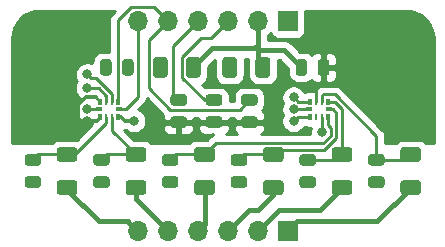
<source format=gbr>
%TF.GenerationSoftware,KiCad,Pcbnew,5.1.6*%
%TF.CreationDate,2020-07-11T18:48:30-07:00*%
%TF.ProjectId,proto_boards,70726f74-6f5f-4626-9f61-7264732e6b69,rev?*%
%TF.SameCoordinates,Original*%
%TF.FileFunction,Copper,L1,Top*%
%TF.FilePolarity,Positive*%
%FSLAX46Y46*%
G04 Gerber Fmt 4.6, Leading zero omitted, Abs format (unit mm)*
G04 Created by KiCad (PCBNEW 5.1.6) date 2020-07-11 18:48:30*
%MOMM*%
%LPD*%
G01*
G04 APERTURE LIST*
%TA.AperFunction,ComponentPad*%
%ADD10O,1.700000X1.700000*%
%TD*%
%TA.AperFunction,ComponentPad*%
%ADD11R,1.700000X1.700000*%
%TD*%
%TA.AperFunction,SMDPad,CuDef*%
%ADD12R,0.630000X0.350000*%
%TD*%
%TA.AperFunction,SMDPad,CuDef*%
%ADD13R,0.300000X0.580000*%
%TD*%
%TA.AperFunction,SMDPad,CuDef*%
%ADD14R,0.250000X0.580000*%
%TD*%
%TA.AperFunction,ViaPad*%
%ADD15C,0.800000*%
%TD*%
%TA.AperFunction,Conductor*%
%ADD16C,0.460000*%
%TD*%
%TA.AperFunction,Conductor*%
%ADD17C,0.240000*%
%TD*%
%TA.AperFunction,Conductor*%
%ADD18C,0.160000*%
%TD*%
%TA.AperFunction,Conductor*%
%ADD19C,0.320000*%
%TD*%
%TA.AperFunction,Conductor*%
%ADD20C,0.254000*%
%TD*%
G04 APERTURE END LIST*
%TO.P,R9,2*%
%TO.N,Net-(J2-Pad4)*%
%TA.AperFunction,SMDPad,CuDef*%
G36*
G01*
X164920450Y-82050000D02*
X166170450Y-82050000D01*
G75*
G02*
X166420450Y-82300000I0J-250000D01*
G01*
X166420450Y-83050000D01*
G75*
G02*
X166170450Y-83300000I-250000J0D01*
G01*
X164920450Y-83300000D01*
G75*
G02*
X164670450Y-83050000I0J250000D01*
G01*
X164670450Y-82300000D01*
G75*
G02*
X164920450Y-82050000I250000J0D01*
G01*
G37*
%TD.AperFunction*%
%TO.P,R9,1*%
%TO.N,Net-(C7-Pad2)*%
%TA.AperFunction,SMDPad,CuDef*%
G36*
G01*
X164920450Y-79250000D02*
X166170450Y-79250000D01*
G75*
G02*
X166420450Y-79500000I0J-250000D01*
G01*
X166420450Y-80250000D01*
G75*
G02*
X166170450Y-80500000I-250000J0D01*
G01*
X164920450Y-80500000D01*
G75*
G02*
X164670450Y-80250000I0J250000D01*
G01*
X164670450Y-79500000D01*
G75*
G02*
X164920450Y-79250000I250000J0D01*
G01*
G37*
%TD.AperFunction*%
%TD*%
%TO.P,R8,2*%
%TO.N,Net-(J2-Pad3)*%
%TA.AperFunction,SMDPad,CuDef*%
G36*
G01*
X170738630Y-82050000D02*
X171988630Y-82050000D01*
G75*
G02*
X172238630Y-82300000I0J-250000D01*
G01*
X172238630Y-83050000D01*
G75*
G02*
X171988630Y-83300000I-250000J0D01*
G01*
X170738630Y-83300000D01*
G75*
G02*
X170488630Y-83050000I0J250000D01*
G01*
X170488630Y-82300000D01*
G75*
G02*
X170738630Y-82050000I250000J0D01*
G01*
G37*
%TD.AperFunction*%
%TO.P,R8,1*%
%TO.N,Net-(C6-Pad2)*%
%TA.AperFunction,SMDPad,CuDef*%
G36*
G01*
X170738630Y-79250000D02*
X171988630Y-79250000D01*
G75*
G02*
X172238630Y-79500000I0J-250000D01*
G01*
X172238630Y-80250000D01*
G75*
G02*
X171988630Y-80500000I-250000J0D01*
G01*
X170738630Y-80500000D01*
G75*
G02*
X170488630Y-80250000I0J250000D01*
G01*
X170488630Y-79500000D01*
G75*
G02*
X170738630Y-79250000I250000J0D01*
G01*
G37*
%TD.AperFunction*%
%TD*%
%TO.P,R7,2*%
%TO.N,Net-(J2-Pad2)*%
%TA.AperFunction,SMDPad,CuDef*%
G36*
G01*
X176556810Y-82050000D02*
X177806810Y-82050000D01*
G75*
G02*
X178056810Y-82300000I0J-250000D01*
G01*
X178056810Y-83050000D01*
G75*
G02*
X177806810Y-83300000I-250000J0D01*
G01*
X176556810Y-83300000D01*
G75*
G02*
X176306810Y-83050000I0J250000D01*
G01*
X176306810Y-82300000D01*
G75*
G02*
X176556810Y-82050000I250000J0D01*
G01*
G37*
%TD.AperFunction*%
%TO.P,R7,1*%
%TO.N,Net-(C5-Pad2)*%
%TA.AperFunction,SMDPad,CuDef*%
G36*
G01*
X176556810Y-79250000D02*
X177806810Y-79250000D01*
G75*
G02*
X178056810Y-79500000I0J-250000D01*
G01*
X178056810Y-80250000D01*
G75*
G02*
X177806810Y-80500000I-250000J0D01*
G01*
X176556810Y-80500000D01*
G75*
G02*
X176306810Y-80250000I0J250000D01*
G01*
X176306810Y-79500000D01*
G75*
G02*
X176556810Y-79250000I250000J0D01*
G01*
G37*
%TD.AperFunction*%
%TD*%
%TO.P,R6,2*%
%TO.N,Net-(J2-Pad1)*%
%TA.AperFunction,SMDPad,CuDef*%
G36*
G01*
X182375000Y-82050000D02*
X183625000Y-82050000D01*
G75*
G02*
X183875000Y-82300000I0J-250000D01*
G01*
X183875000Y-83050000D01*
G75*
G02*
X183625000Y-83300000I-250000J0D01*
G01*
X182375000Y-83300000D01*
G75*
G02*
X182125000Y-83050000I0J250000D01*
G01*
X182125000Y-82300000D01*
G75*
G02*
X182375000Y-82050000I250000J0D01*
G01*
G37*
%TD.AperFunction*%
%TO.P,R6,1*%
%TO.N,Net-(C4-Pad2)*%
%TA.AperFunction,SMDPad,CuDef*%
G36*
G01*
X182375000Y-79250000D02*
X183625000Y-79250000D01*
G75*
G02*
X183875000Y-79500000I0J-250000D01*
G01*
X183875000Y-80250000D01*
G75*
G02*
X183625000Y-80500000I-250000J0D01*
G01*
X182375000Y-80500000D01*
G75*
G02*
X182125000Y-80250000I0J250000D01*
G01*
X182125000Y-79500000D01*
G75*
G02*
X182375000Y-79250000I250000J0D01*
G01*
G37*
%TD.AperFunction*%
%TD*%
%TO.P,R5,2*%
%TO.N,Net-(IC1-Pad6)*%
%TA.AperFunction,SMDPad,CuDef*%
G36*
G01*
X169801250Y-75750000D02*
X168888750Y-75750000D01*
G75*
G02*
X168645000Y-75506250I0J243750D01*
G01*
X168645000Y-75018750D01*
G75*
G02*
X168888750Y-74775000I243750J0D01*
G01*
X169801250Y-74775000D01*
G75*
G02*
X170045000Y-75018750I0J-243750D01*
G01*
X170045000Y-75506250D01*
G75*
G02*
X169801250Y-75750000I-243750J0D01*
G01*
G37*
%TD.AperFunction*%
%TO.P,R5,1*%
%TO.N,VDD*%
%TA.AperFunction,SMDPad,CuDef*%
G36*
G01*
X169801250Y-77625000D02*
X168888750Y-77625000D01*
G75*
G02*
X168645000Y-77381250I0J243750D01*
G01*
X168645000Y-76893750D01*
G75*
G02*
X168888750Y-76650000I243750J0D01*
G01*
X169801250Y-76650000D01*
G75*
G02*
X170045000Y-76893750I0J-243750D01*
G01*
X170045000Y-77381250D01*
G75*
G02*
X169801250Y-77625000I-243750J0D01*
G01*
G37*
%TD.AperFunction*%
%TD*%
%TO.P,R4,2*%
%TO.N,/SDA*%
%TA.AperFunction,SMDPad,CuDef*%
G36*
G01*
X163801250Y-75750000D02*
X162888750Y-75750000D01*
G75*
G02*
X162645000Y-75506250I0J243750D01*
G01*
X162645000Y-75018750D01*
G75*
G02*
X162888750Y-74775000I243750J0D01*
G01*
X163801250Y-74775000D01*
G75*
G02*
X164045000Y-75018750I0J-243750D01*
G01*
X164045000Y-75506250D01*
G75*
G02*
X163801250Y-75750000I-243750J0D01*
G01*
G37*
%TD.AperFunction*%
%TO.P,R4,1*%
%TO.N,VDD*%
%TA.AperFunction,SMDPad,CuDef*%
G36*
G01*
X163801250Y-77625000D02*
X162888750Y-77625000D01*
G75*
G02*
X162645000Y-77381250I0J243750D01*
G01*
X162645000Y-76893750D01*
G75*
G02*
X162888750Y-76650000I243750J0D01*
G01*
X163801250Y-76650000D01*
G75*
G02*
X164045000Y-76893750I0J-243750D01*
G01*
X164045000Y-77381250D01*
G75*
G02*
X163801250Y-77625000I-243750J0D01*
G01*
G37*
%TD.AperFunction*%
%TD*%
%TO.P,R3,2*%
%TO.N,/SCL*%
%TA.AperFunction,SMDPad,CuDef*%
G36*
G01*
X166801250Y-75750000D02*
X165888750Y-75750000D01*
G75*
G02*
X165645000Y-75506250I0J243750D01*
G01*
X165645000Y-75018750D01*
G75*
G02*
X165888750Y-74775000I243750J0D01*
G01*
X166801250Y-74775000D01*
G75*
G02*
X167045000Y-75018750I0J-243750D01*
G01*
X167045000Y-75506250D01*
G75*
G02*
X166801250Y-75750000I-243750J0D01*
G01*
G37*
%TD.AperFunction*%
%TO.P,R3,1*%
%TO.N,VDD*%
%TA.AperFunction,SMDPad,CuDef*%
G36*
G01*
X166801250Y-77625000D02*
X165888750Y-77625000D01*
G75*
G02*
X165645000Y-77381250I0J243750D01*
G01*
X165645000Y-76893750D01*
G75*
G02*
X165888750Y-76650000I243750J0D01*
G01*
X166801250Y-76650000D01*
G75*
G02*
X167045000Y-76893750I0J-243750D01*
G01*
X167045000Y-77381250D01*
G75*
G02*
X166801250Y-77625000I-243750J0D01*
G01*
G37*
%TD.AperFunction*%
%TD*%
%TO.P,R2,2*%
%TO.N,Net-(J2-Pad5)*%
%TA.AperFunction,SMDPad,CuDef*%
G36*
G01*
X159102270Y-82050000D02*
X160352270Y-82050000D01*
G75*
G02*
X160602270Y-82300000I0J-250000D01*
G01*
X160602270Y-83050000D01*
G75*
G02*
X160352270Y-83300000I-250000J0D01*
G01*
X159102270Y-83300000D01*
G75*
G02*
X158852270Y-83050000I0J250000D01*
G01*
X158852270Y-82300000D01*
G75*
G02*
X159102270Y-82050000I250000J0D01*
G01*
G37*
%TD.AperFunction*%
%TO.P,R2,1*%
%TO.N,Net-(C3-Pad2)*%
%TA.AperFunction,SMDPad,CuDef*%
G36*
G01*
X159102270Y-79250000D02*
X160352270Y-79250000D01*
G75*
G02*
X160602270Y-79500000I0J-250000D01*
G01*
X160602270Y-80250000D01*
G75*
G02*
X160352270Y-80500000I-250000J0D01*
G01*
X159102270Y-80500000D01*
G75*
G02*
X158852270Y-80250000I0J250000D01*
G01*
X158852270Y-79500000D01*
G75*
G02*
X159102270Y-79250000I250000J0D01*
G01*
G37*
%TD.AperFunction*%
%TD*%
%TO.P,R1,2*%
%TO.N,Net-(J2-Pad6)*%
%TA.AperFunction,SMDPad,CuDef*%
G36*
G01*
X153284090Y-82050000D02*
X154534090Y-82050000D01*
G75*
G02*
X154784090Y-82300000I0J-250000D01*
G01*
X154784090Y-83050000D01*
G75*
G02*
X154534090Y-83300000I-250000J0D01*
G01*
X153284090Y-83300000D01*
G75*
G02*
X153034090Y-83050000I0J250000D01*
G01*
X153034090Y-82300000D01*
G75*
G02*
X153284090Y-82050000I250000J0D01*
G01*
G37*
%TD.AperFunction*%
%TO.P,R1,1*%
%TO.N,Net-(C2-Pad2)*%
%TA.AperFunction,SMDPad,CuDef*%
G36*
G01*
X153284090Y-79250000D02*
X154534090Y-79250000D01*
G75*
G02*
X154784090Y-79500000I0J-250000D01*
G01*
X154784090Y-80250000D01*
G75*
G02*
X154534090Y-80500000I-250000J0D01*
G01*
X153284090Y-80500000D01*
G75*
G02*
X153034090Y-80250000I0J250000D01*
G01*
X153034090Y-79500000D01*
G75*
G02*
X153284090Y-79250000I250000J0D01*
G01*
G37*
%TD.AperFunction*%
%TD*%
D10*
%TO.P,J2,6*%
%TO.N,Net-(J2-Pad6)*%
X159890000Y-86360000D03*
%TO.P,J2,5*%
%TO.N,Net-(J2-Pad5)*%
X162430000Y-86360000D03*
%TO.P,J2,4*%
%TO.N,Net-(J2-Pad4)*%
X164970000Y-86360000D03*
%TO.P,J2,3*%
%TO.N,Net-(J2-Pad3)*%
X167510000Y-86360000D03*
%TO.P,J2,2*%
%TO.N,Net-(J2-Pad2)*%
X170050000Y-86360000D03*
D11*
%TO.P,J2,1*%
%TO.N,Net-(J2-Pad1)*%
X172590000Y-86360000D03*
%TD*%
D10*
%TO.P,J1,6*%
%TO.N,Net-(IC1-Pad5)*%
X159890000Y-68580000D03*
%TO.P,J1,5*%
%TO.N,Net-(IC1-Pad6)*%
X162430000Y-68580000D03*
%TO.P,J1,4*%
%TO.N,/SDA*%
X164970000Y-68580000D03*
%TO.P,J1,3*%
%TO.N,/SCL*%
X167510000Y-68580000D03*
%TO.P,J1,2*%
%TO.N,+3V3*%
X170050000Y-68580000D03*
D11*
%TO.P,J1,1*%
%TO.N,GNDS*%
X172590000Y-68580000D03*
%TD*%
D12*
%TO.P,IC2,10*%
%TO.N,/SCL*%
X174400000Y-76040000D03*
D13*
%TO.P,IC2,9*%
%TO.N,/SDA*%
X174510000Y-75400000D03*
D14*
%TO.P,IC2,8*%
%TO.N,VDD*%
X175010000Y-75400000D03*
%TO.P,IC2,7*%
%TO.N,Net-(C4-Pad2)*%
X175510000Y-75400000D03*
D13*
%TO.P,IC2,6*%
%TO.N,Net-(C5-Pad2)*%
X176010000Y-75400000D03*
D12*
%TO.P,IC2,5*%
%TO.N,Net-(C6-Pad2)*%
X176120000Y-76040000D03*
D13*
%TO.P,IC2,4*%
%TO.N,Net-(C7-Pad2)*%
X176010000Y-76680000D03*
D14*
%TO.P,IC2,3*%
%TO.N,GND*%
X175510000Y-76680000D03*
%TO.P,IC2,2*%
%TO.N,Net-(IC2-Pad2)*%
X175010000Y-76680000D03*
D13*
%TO.P,IC2,1*%
%TO.N,GND*%
X174510000Y-76680000D03*
%TD*%
%TO.P,IC1,1*%
%TO.N,VDD*%
X156730000Y-76680000D03*
D14*
%TO.P,IC1,2*%
%TO.N,Net-(C2-Pad2)*%
X157230000Y-76680000D03*
%TO.P,IC1,3*%
%TO.N,Net-(C3-Pad2)*%
X157730000Y-76680000D03*
D13*
%TO.P,IC1,4*%
%TO.N,GND*%
X158230000Y-76680000D03*
D12*
%TO.P,IC1,5*%
%TO.N,Net-(IC1-Pad5)*%
X158340000Y-76040000D03*
D13*
%TO.P,IC1,6*%
%TO.N,Net-(IC1-Pad6)*%
X158230000Y-75400000D03*
D14*
%TO.P,IC1,7*%
%TO.N,/SDA*%
X157730000Y-75400000D03*
%TO.P,IC1,8*%
%TO.N,/SCL*%
X157230000Y-75400000D03*
D13*
%TO.P,IC1,9*%
%TO.N,VDD*%
X156730000Y-75400000D03*
D12*
%TO.P,IC1,10*%
%TO.N,GND*%
X156620000Y-76040000D03*
%TD*%
%TO.P,FB2,2*%
%TO.N,GND*%
%TA.AperFunction,SMDPad,CuDef*%
G36*
G01*
X157665000Y-72043750D02*
X157665000Y-72956250D01*
G75*
G02*
X157421250Y-73200000I-243750J0D01*
G01*
X156933750Y-73200000D01*
G75*
G02*
X156690000Y-72956250I0J243750D01*
G01*
X156690000Y-72043750D01*
G75*
G02*
X156933750Y-71800000I243750J0D01*
G01*
X157421250Y-71800000D01*
G75*
G02*
X157665000Y-72043750I0J-243750D01*
G01*
G37*
%TD.AperFunction*%
%TO.P,FB2,1*%
%TO.N,GNDS*%
%TA.AperFunction,SMDPad,CuDef*%
G36*
G01*
X159540000Y-72043750D02*
X159540000Y-72956250D01*
G75*
G02*
X159296250Y-73200000I-243750J0D01*
G01*
X158808750Y-73200000D01*
G75*
G02*
X158565000Y-72956250I0J243750D01*
G01*
X158565000Y-72043750D01*
G75*
G02*
X158808750Y-71800000I243750J0D01*
G01*
X159296250Y-71800000D01*
G75*
G02*
X159540000Y-72043750I0J-243750D01*
G01*
G37*
%TD.AperFunction*%
%TD*%
%TO.P,FB1,2*%
%TO.N,VDD*%
%TA.AperFunction,SMDPad,CuDef*%
G36*
G01*
X175125000Y-72961250D02*
X175125000Y-72048750D01*
G75*
G02*
X175368750Y-71805000I243750J0D01*
G01*
X175856250Y-71805000D01*
G75*
G02*
X176100000Y-72048750I0J-243750D01*
G01*
X176100000Y-72961250D01*
G75*
G02*
X175856250Y-73205000I-243750J0D01*
G01*
X175368750Y-73205000D01*
G75*
G02*
X175125000Y-72961250I0J243750D01*
G01*
G37*
%TD.AperFunction*%
%TO.P,FB1,1*%
%TO.N,+3V3*%
%TA.AperFunction,SMDPad,CuDef*%
G36*
G01*
X173250000Y-72961250D02*
X173250000Y-72048750D01*
G75*
G02*
X173493750Y-71805000I243750J0D01*
G01*
X173981250Y-71805000D01*
G75*
G02*
X174225000Y-72048750I0J-243750D01*
G01*
X174225000Y-72961250D01*
G75*
G02*
X173981250Y-73205000I-243750J0D01*
G01*
X173493750Y-73205000D01*
G75*
G02*
X173250000Y-72961250I0J243750D01*
G01*
G37*
%TD.AperFunction*%
%TD*%
%TO.P,C8,2*%
%TO.N,+3V3*%
%TA.AperFunction,SMDPad,CuDef*%
G36*
G01*
X169850000Y-73130000D02*
X169850000Y-71880000D01*
G75*
G02*
X170100000Y-71630000I250000J0D01*
G01*
X170850000Y-71630000D01*
G75*
G02*
X171100000Y-71880000I0J-250000D01*
G01*
X171100000Y-73130000D01*
G75*
G02*
X170850000Y-73380000I-250000J0D01*
G01*
X170100000Y-73380000D01*
G75*
G02*
X169850000Y-73130000I0J250000D01*
G01*
G37*
%TD.AperFunction*%
%TO.P,C8,1*%
%TO.N,GNDS*%
%TA.AperFunction,SMDPad,CuDef*%
G36*
G01*
X167050000Y-73130000D02*
X167050000Y-71880000D01*
G75*
G02*
X167300000Y-71630000I250000J0D01*
G01*
X168050000Y-71630000D01*
G75*
G02*
X168300000Y-71880000I0J-250000D01*
G01*
X168300000Y-73130000D01*
G75*
G02*
X168050000Y-73380000I-250000J0D01*
G01*
X167300000Y-73380000D01*
G75*
G02*
X167050000Y-73130000I0J250000D01*
G01*
G37*
%TD.AperFunction*%
%TD*%
%TO.P,C7,2*%
%TO.N,Net-(C7-Pad2)*%
%TA.AperFunction,SMDPad,CuDef*%
G36*
G01*
X163092610Y-80825000D02*
X162180110Y-80825000D01*
G75*
G02*
X161936360Y-80581250I0J243750D01*
G01*
X161936360Y-80093750D01*
G75*
G02*
X162180110Y-79850000I243750J0D01*
G01*
X163092610Y-79850000D01*
G75*
G02*
X163336360Y-80093750I0J-243750D01*
G01*
X163336360Y-80581250D01*
G75*
G02*
X163092610Y-80825000I-243750J0D01*
G01*
G37*
%TD.AperFunction*%
%TO.P,C7,1*%
%TO.N,GND*%
%TA.AperFunction,SMDPad,CuDef*%
G36*
G01*
X163092610Y-82700000D02*
X162180110Y-82700000D01*
G75*
G02*
X161936360Y-82456250I0J243750D01*
G01*
X161936360Y-81968750D01*
G75*
G02*
X162180110Y-81725000I243750J0D01*
G01*
X163092610Y-81725000D01*
G75*
G02*
X163336360Y-81968750I0J-243750D01*
G01*
X163336360Y-82456250D01*
G75*
G02*
X163092610Y-82700000I-243750J0D01*
G01*
G37*
%TD.AperFunction*%
%TD*%
%TO.P,C6,2*%
%TO.N,Net-(C6-Pad2)*%
%TA.AperFunction,SMDPad,CuDef*%
G36*
G01*
X168910790Y-80825000D02*
X167998290Y-80825000D01*
G75*
G02*
X167754540Y-80581250I0J243750D01*
G01*
X167754540Y-80093750D01*
G75*
G02*
X167998290Y-79850000I243750J0D01*
G01*
X168910790Y-79850000D01*
G75*
G02*
X169154540Y-80093750I0J-243750D01*
G01*
X169154540Y-80581250D01*
G75*
G02*
X168910790Y-80825000I-243750J0D01*
G01*
G37*
%TD.AperFunction*%
%TO.P,C6,1*%
%TO.N,GND*%
%TA.AperFunction,SMDPad,CuDef*%
G36*
G01*
X168910790Y-82700000D02*
X167998290Y-82700000D01*
G75*
G02*
X167754540Y-82456250I0J243750D01*
G01*
X167754540Y-81968750D01*
G75*
G02*
X167998290Y-81725000I243750J0D01*
G01*
X168910790Y-81725000D01*
G75*
G02*
X169154540Y-81968750I0J-243750D01*
G01*
X169154540Y-82456250D01*
G75*
G02*
X168910790Y-82700000I-243750J0D01*
G01*
G37*
%TD.AperFunction*%
%TD*%
%TO.P,C5,2*%
%TO.N,Net-(C5-Pad2)*%
%TA.AperFunction,SMDPad,CuDef*%
G36*
G01*
X174728970Y-80825000D02*
X173816470Y-80825000D01*
G75*
G02*
X173572720Y-80581250I0J243750D01*
G01*
X173572720Y-80093750D01*
G75*
G02*
X173816470Y-79850000I243750J0D01*
G01*
X174728970Y-79850000D01*
G75*
G02*
X174972720Y-80093750I0J-243750D01*
G01*
X174972720Y-80581250D01*
G75*
G02*
X174728970Y-80825000I-243750J0D01*
G01*
G37*
%TD.AperFunction*%
%TO.P,C5,1*%
%TO.N,GND*%
%TA.AperFunction,SMDPad,CuDef*%
G36*
G01*
X174728970Y-82700000D02*
X173816470Y-82700000D01*
G75*
G02*
X173572720Y-82456250I0J243750D01*
G01*
X173572720Y-81968750D01*
G75*
G02*
X173816470Y-81725000I243750J0D01*
G01*
X174728970Y-81725000D01*
G75*
G02*
X174972720Y-81968750I0J-243750D01*
G01*
X174972720Y-82456250D01*
G75*
G02*
X174728970Y-82700000I-243750J0D01*
G01*
G37*
%TD.AperFunction*%
%TD*%
%TO.P,C4,2*%
%TO.N,Net-(C4-Pad2)*%
%TA.AperFunction,SMDPad,CuDef*%
G36*
G01*
X180547150Y-80825000D02*
X179634650Y-80825000D01*
G75*
G02*
X179390900Y-80581250I0J243750D01*
G01*
X179390900Y-80093750D01*
G75*
G02*
X179634650Y-79850000I243750J0D01*
G01*
X180547150Y-79850000D01*
G75*
G02*
X180790900Y-80093750I0J-243750D01*
G01*
X180790900Y-80581250D01*
G75*
G02*
X180547150Y-80825000I-243750J0D01*
G01*
G37*
%TD.AperFunction*%
%TO.P,C4,1*%
%TO.N,GND*%
%TA.AperFunction,SMDPad,CuDef*%
G36*
G01*
X180547150Y-82700000D02*
X179634650Y-82700000D01*
G75*
G02*
X179390900Y-82456250I0J243750D01*
G01*
X179390900Y-81968750D01*
G75*
G02*
X179634650Y-81725000I243750J0D01*
G01*
X180547150Y-81725000D01*
G75*
G02*
X180790900Y-81968750I0J-243750D01*
G01*
X180790900Y-82456250D01*
G75*
G02*
X180547150Y-82700000I-243750J0D01*
G01*
G37*
%TD.AperFunction*%
%TD*%
%TO.P,C3,2*%
%TO.N,Net-(C3-Pad2)*%
%TA.AperFunction,SMDPad,CuDef*%
G36*
G01*
X157274430Y-80825000D02*
X156361930Y-80825000D01*
G75*
G02*
X156118180Y-80581250I0J243750D01*
G01*
X156118180Y-80093750D01*
G75*
G02*
X156361930Y-79850000I243750J0D01*
G01*
X157274430Y-79850000D01*
G75*
G02*
X157518180Y-80093750I0J-243750D01*
G01*
X157518180Y-80581250D01*
G75*
G02*
X157274430Y-80825000I-243750J0D01*
G01*
G37*
%TD.AperFunction*%
%TO.P,C3,1*%
%TO.N,GND*%
%TA.AperFunction,SMDPad,CuDef*%
G36*
G01*
X157274430Y-82700000D02*
X156361930Y-82700000D01*
G75*
G02*
X156118180Y-82456250I0J243750D01*
G01*
X156118180Y-81968750D01*
G75*
G02*
X156361930Y-81725000I243750J0D01*
G01*
X157274430Y-81725000D01*
G75*
G02*
X157518180Y-81968750I0J-243750D01*
G01*
X157518180Y-82456250D01*
G75*
G02*
X157274430Y-82700000I-243750J0D01*
G01*
G37*
%TD.AperFunction*%
%TD*%
%TO.P,C2,2*%
%TO.N,Net-(C2-Pad2)*%
%TA.AperFunction,SMDPad,CuDef*%
G36*
G01*
X151456250Y-80825000D02*
X150543750Y-80825000D01*
G75*
G02*
X150300000Y-80581250I0J243750D01*
G01*
X150300000Y-80093750D01*
G75*
G02*
X150543750Y-79850000I243750J0D01*
G01*
X151456250Y-79850000D01*
G75*
G02*
X151700000Y-80093750I0J-243750D01*
G01*
X151700000Y-80581250D01*
G75*
G02*
X151456250Y-80825000I-243750J0D01*
G01*
G37*
%TD.AperFunction*%
%TO.P,C2,1*%
%TO.N,GND*%
%TA.AperFunction,SMDPad,CuDef*%
G36*
G01*
X151456250Y-82700000D02*
X150543750Y-82700000D01*
G75*
G02*
X150300000Y-82456250I0J243750D01*
G01*
X150300000Y-81968750D01*
G75*
G02*
X150543750Y-81725000I243750J0D01*
G01*
X151456250Y-81725000D01*
G75*
G02*
X151700000Y-81968750I0J-243750D01*
G01*
X151700000Y-82456250D01*
G75*
G02*
X151456250Y-82700000I-243750J0D01*
G01*
G37*
%TD.AperFunction*%
%TD*%
%TO.P,C1,2*%
%TO.N,+3V3*%
%TA.AperFunction,SMDPad,CuDef*%
G36*
G01*
X163970000Y-73130000D02*
X163970000Y-71880000D01*
G75*
G02*
X164220000Y-71630000I250000J0D01*
G01*
X164970000Y-71630000D01*
G75*
G02*
X165220000Y-71880000I0J-250000D01*
G01*
X165220000Y-73130000D01*
G75*
G02*
X164970000Y-73380000I-250000J0D01*
G01*
X164220000Y-73380000D01*
G75*
G02*
X163970000Y-73130000I0J250000D01*
G01*
G37*
%TD.AperFunction*%
%TO.P,C1,1*%
%TO.N,GNDS*%
%TA.AperFunction,SMDPad,CuDef*%
G36*
G01*
X161170000Y-73130000D02*
X161170000Y-71880000D01*
G75*
G02*
X161420000Y-71630000I250000J0D01*
G01*
X162170000Y-71630000D01*
G75*
G02*
X162420000Y-71880000I0J-250000D01*
G01*
X162420000Y-73130000D01*
G75*
G02*
X162170000Y-73380000I-250000J0D01*
G01*
X161420000Y-73380000D01*
G75*
G02*
X161170000Y-73130000I0J250000D01*
G01*
G37*
%TD.AperFunction*%
%TD*%
D15*
%TO.N,GNDS*%
X159000000Y-72500000D03*
X161590000Y-72540000D03*
X167590000Y-72540000D03*
%TO.N,GND*%
X151000000Y-82212500D03*
X156818180Y-82212500D03*
X162636360Y-82212500D03*
X168454540Y-82212500D03*
X174272720Y-82212500D03*
X180090900Y-82212500D03*
X155590000Y-76040000D03*
X159590000Y-77040000D03*
X175510000Y-77960000D03*
X173090000Y-77040000D03*
X157177500Y-72500000D03*
%TO.N,/SCL*%
X173090000Y-76040000D03*
%TO.N,VDD*%
X169345000Y-77137500D03*
X166345000Y-77137500D03*
X163345000Y-77137500D03*
X155590000Y-77040000D03*
%TO.N,/SDA*%
X173090000Y-75040000D03*
X163345000Y-75262500D03*
X155600000Y-73100000D03*
%TO.N,/SCL*%
X166345000Y-75262500D03*
X155590000Y-74250000D03*
%TD*%
D16*
%TO.N,+3V3*%
X170050000Y-72080000D02*
X170475000Y-72505000D01*
X169730010Y-70899990D02*
X170050000Y-70580000D01*
X164595000Y-72505000D02*
X166200010Y-70899990D01*
X166200010Y-70899990D02*
X169730010Y-70899990D01*
X170050000Y-68580000D02*
X170050000Y-70580000D01*
X173737500Y-72505000D02*
X172272500Y-71040000D01*
X170090000Y-71040000D02*
X170050000Y-71000000D01*
X172272500Y-71040000D02*
X170090000Y-71040000D01*
X170050000Y-71000000D02*
X170050000Y-72080000D01*
X170050000Y-70580000D02*
X170050000Y-71000000D01*
D17*
%TO.N,Net-(C2-Pad2)*%
X154565000Y-79875000D02*
X153909090Y-79875000D01*
X157230000Y-77210000D02*
X154565000Y-79875000D01*
X157230000Y-76680000D02*
X157230000Y-77210000D01*
X151462500Y-79875000D02*
X151000000Y-80337500D01*
X153909090Y-79875000D02*
X151462500Y-79875000D01*
D18*
%TO.N,GND*%
X180090900Y-82212500D02*
X180090900Y-82212500D01*
X174272720Y-82212500D02*
X174272720Y-82212500D01*
X168454540Y-82212500D02*
X168454540Y-82212500D01*
X162636360Y-82212500D02*
X162636360Y-82212500D01*
X156818180Y-82212500D02*
X156818180Y-82212500D01*
X151000000Y-82212500D02*
X151000000Y-82212500D01*
D17*
X156620000Y-76040000D02*
X155590000Y-76040000D01*
X155590000Y-76040000D02*
X155590000Y-76040000D01*
D19*
X158450000Y-76680000D02*
X158810000Y-77040000D01*
X158810000Y-77040000D02*
X159590000Y-77040000D01*
X159590000Y-77040000D02*
X159590000Y-77040000D01*
D17*
X175510000Y-76680000D02*
X175510000Y-77960000D01*
X175510000Y-77960000D02*
X175510000Y-77960000D01*
D19*
X173090000Y-77040000D02*
X173090000Y-77040000D01*
D17*
X173450000Y-76680000D02*
X173090000Y-77040000D01*
X174510000Y-76680000D02*
X173450000Y-76680000D01*
D16*
X157177500Y-72500000D02*
X157177500Y-72500000D01*
D17*
X158320000Y-76680000D02*
X158450000Y-76680000D01*
X158230000Y-76680000D02*
X158320000Y-76680000D01*
%TO.N,Net-(C3-Pad2)*%
X157730000Y-77877730D02*
X159727270Y-79875000D01*
X157730000Y-76680000D02*
X157730000Y-77877730D01*
X157280680Y-79875000D02*
X156818180Y-80337500D01*
X159727270Y-79875000D02*
X157280680Y-79875000D01*
%TO.N,Net-(C4-Pad2)*%
X180090900Y-78322630D02*
X180090900Y-80337500D01*
X176558269Y-74789999D02*
X180090900Y-78322630D01*
X175603999Y-74789999D02*
X176558269Y-74789999D01*
X175510000Y-74883998D02*
X175603999Y-74789999D01*
X175510000Y-75400000D02*
X175510000Y-74883998D01*
X182537500Y-80337500D02*
X183000000Y-79875000D01*
X180090900Y-80337500D02*
X182537500Y-80337500D01*
%TO.N,Net-(C5-Pad2)*%
X176546002Y-75400000D02*
X177181810Y-76035808D01*
X177181810Y-76035808D02*
X177181810Y-79875000D01*
X176010000Y-75400000D02*
X176546002Y-75400000D01*
X176719310Y-80337500D02*
X174272720Y-80337500D01*
X177181810Y-79875000D02*
X176719310Y-80337500D01*
%TO.N,Net-(C6-Pad2)*%
X171708640Y-79529990D02*
X171363630Y-79875000D01*
X175627880Y-79529990D02*
X171708640Y-79529990D01*
X176670010Y-78487860D02*
X175627880Y-79529990D01*
X176670011Y-76324009D02*
X176670010Y-78487860D01*
X176386002Y-76040000D02*
X176670011Y-76324009D01*
X176120000Y-76040000D02*
X176386002Y-76040000D01*
X168917040Y-79875000D02*
X168454540Y-80337500D01*
X171363630Y-79875000D02*
X168917040Y-79875000D01*
%TO.N,Net-(C7-Pad2)*%
X166490460Y-78929990D02*
X165545450Y-79875000D01*
X175605612Y-78929990D02*
X166490460Y-78929990D01*
X176230001Y-78305601D02*
X175605612Y-78929990D01*
X176230001Y-77614399D02*
X176230001Y-78305601D01*
X176010000Y-77394398D02*
X176230001Y-77614399D01*
X176010000Y-76680000D02*
X176010000Y-77394398D01*
X163098860Y-79875000D02*
X162636360Y-80337500D01*
X165545450Y-79875000D02*
X163098860Y-79875000D01*
D19*
%TO.N,VDD*%
X156370000Y-77040000D02*
X155590000Y-77040000D01*
D17*
X175010000Y-75400000D02*
X175010000Y-74120000D01*
D16*
X169345000Y-77137500D02*
X169345000Y-77137500D01*
X166345000Y-77137500D02*
X166345000Y-77137500D01*
X163345000Y-77137500D02*
X163345000Y-77137500D01*
D19*
X155590000Y-77040000D02*
X155590000Y-77040000D01*
X155024315Y-77040000D02*
X155590000Y-77040000D01*
X155465198Y-75040000D02*
X154829999Y-75675199D01*
X156370000Y-75040000D02*
X155465198Y-75040000D01*
X154829999Y-76845684D02*
X155024315Y-77040000D01*
X154829999Y-75675199D02*
X154829999Y-76845684D01*
D17*
X156730000Y-75400000D02*
X156370000Y-75040000D01*
X156370000Y-77040000D02*
X156730000Y-76680000D01*
%TO.N,Net-(IC1-Pad5)*%
X159890000Y-75045000D02*
X159890000Y-68580000D01*
X158895000Y-76040000D02*
X159890000Y-75045000D01*
X158340000Y-76040000D02*
X158895000Y-76040000D01*
%TO.N,Net-(IC1-Pad6)*%
X160849990Y-70160010D02*
X162430000Y-68580000D01*
X160849990Y-74264768D02*
X160849990Y-70160010D01*
X162655232Y-76070010D02*
X160849990Y-74264768D01*
X168537490Y-76070010D02*
X162655232Y-76070010D01*
X169345000Y-75262500D02*
X168537490Y-76070010D01*
X159328399Y-67409999D02*
X161259999Y-67409999D01*
X158230000Y-68508398D02*
X159328399Y-67409999D01*
X161259999Y-67409999D02*
X162430000Y-68580000D01*
X158230000Y-75400000D02*
X158230000Y-68508398D01*
D16*
%TO.N,Net-(J2-Pad6)*%
X153909090Y-82675000D02*
X153909090Y-82859090D01*
X153909090Y-82859090D02*
X156590000Y-85540000D01*
X156590000Y-85540000D02*
X159090000Y-85540000D01*
X159090000Y-85560000D02*
X159890000Y-86360000D01*
X159090000Y-85540000D02*
X159090000Y-85560000D01*
%TO.N,Net-(J2-Pad5)*%
X159727270Y-83657270D02*
X162430000Y-86360000D01*
X159727270Y-82675000D02*
X159727270Y-83657270D01*
%TO.N,Net-(J2-Pad4)*%
X165545450Y-85784550D02*
X164970000Y-86360000D01*
X165545450Y-82675000D02*
X165545450Y-85784550D01*
%TO.N,Net-(J2-Pad3)*%
X171363630Y-82675000D02*
X171363630Y-83266370D01*
X171363630Y-83266370D02*
X170090000Y-84540000D01*
X169330000Y-84540000D02*
X167510000Y-86360000D01*
X170090000Y-84540000D02*
X169330000Y-84540000D01*
%TO.N,Net-(J2-Pad2)*%
X177181810Y-82675000D02*
X175316810Y-84540000D01*
X171870000Y-84540000D02*
X170050000Y-86360000D01*
X175316810Y-84540000D02*
X171870000Y-84540000D01*
%TO.N,Net-(J2-Pad1)*%
X183000000Y-82675000D02*
X180135000Y-85540000D01*
X173410000Y-85540000D02*
X172590000Y-86360000D01*
X180135000Y-85540000D02*
X173410000Y-85540000D01*
D17*
%TO.N,/SDA*%
X162859473Y-70690527D02*
X164970000Y-68580000D01*
X162859473Y-74776973D02*
X162859473Y-70690527D01*
X163345000Y-75262500D02*
X163345000Y-75262500D01*
X163345000Y-75262500D02*
X162859473Y-74776973D01*
X157730000Y-74747732D02*
X156372268Y-73390000D01*
X157730000Y-75400000D02*
X157730000Y-74747732D01*
X173450000Y-75400000D02*
X173090000Y-75040000D01*
X174510000Y-75400000D02*
X173450000Y-75400000D01*
X156372268Y-73390000D02*
X155890000Y-73390000D01*
X155890000Y-73390000D02*
X155600000Y-73100000D01*
X155600000Y-73100000D02*
X155600000Y-73100000D01*
%TO.N,/SCL*%
X163649990Y-71643892D02*
X165253882Y-70040000D01*
X163649990Y-73366108D02*
X163649990Y-71643892D01*
X165546382Y-75262500D02*
X163649990Y-73366108D01*
X166345000Y-75262500D02*
X166345000Y-75262500D01*
X166050000Y-70040000D02*
X167510000Y-68580000D01*
X165253882Y-70040000D02*
X166050000Y-70040000D01*
X166345000Y-75262500D02*
X165546382Y-75262500D01*
X156596002Y-74250000D02*
X155590000Y-74250000D01*
X157230000Y-74883998D02*
X156596002Y-74250000D01*
X157230000Y-75400000D02*
X157230000Y-74883998D01*
X174400000Y-76040000D02*
X173090000Y-76040000D01*
%TD*%
D20*
%TO.N,VDD*%
G36*
X157722360Y-67948307D02*
G01*
X157693552Y-67971949D01*
X157669910Y-68000757D01*
X157669908Y-68000759D01*
X157599203Y-68086913D01*
X157529096Y-68218075D01*
X157485925Y-68360393D01*
X157471347Y-68508398D01*
X157475001Y-68545496D01*
X157475001Y-71167222D01*
X157421250Y-71161928D01*
X156933750Y-71161928D01*
X156761715Y-71178872D01*
X156596291Y-71229053D01*
X156443836Y-71310542D01*
X156310208Y-71420208D01*
X156200542Y-71553836D01*
X156119053Y-71706291D01*
X156068872Y-71871715D01*
X156051928Y-72043750D01*
X156051928Y-72166919D01*
X155901898Y-72104774D01*
X155701939Y-72065000D01*
X155498061Y-72065000D01*
X155298102Y-72104774D01*
X155109744Y-72182795D01*
X154940226Y-72296063D01*
X154796063Y-72440226D01*
X154682795Y-72609744D01*
X154604774Y-72798102D01*
X154565000Y-72998061D01*
X154565000Y-73201939D01*
X154604774Y-73401898D01*
X154682795Y-73590256D01*
X154734419Y-73667517D01*
X154672795Y-73759744D01*
X154594774Y-73948102D01*
X154555000Y-74148061D01*
X154555000Y-74351939D01*
X154594774Y-74551898D01*
X154672795Y-74740256D01*
X154786063Y-74909774D01*
X154930226Y-75053937D01*
X155066512Y-75145000D01*
X154930226Y-75236063D01*
X154786063Y-75380226D01*
X154672795Y-75549744D01*
X154594774Y-75738102D01*
X154555000Y-75938061D01*
X154555000Y-76141939D01*
X154594774Y-76341898D01*
X154672795Y-76530256D01*
X154786063Y-76699774D01*
X154930226Y-76843937D01*
X155099744Y-76957205D01*
X155288102Y-77035226D01*
X155488061Y-77075000D01*
X155691939Y-77075000D01*
X155891898Y-77035226D01*
X155947542Y-77012177D01*
X155951150Y-77078091D01*
X155984321Y-77198697D01*
X156040383Y-77310514D01*
X156049734Y-77322535D01*
X154734914Y-78637355D01*
X154707344Y-78628992D01*
X154534090Y-78611928D01*
X153284090Y-78611928D01*
X153110836Y-78628992D01*
X152944240Y-78679528D01*
X152790704Y-78761595D01*
X152656128Y-78872038D01*
X152622512Y-78913000D01*
X149250000Y-78913000D01*
X149250000Y-70072279D01*
X149297670Y-69586107D01*
X149429489Y-69149502D01*
X149643600Y-68746815D01*
X149931848Y-68393388D01*
X150283261Y-68102673D01*
X150684439Y-67885758D01*
X151120113Y-67750894D01*
X151604344Y-67700000D01*
X157970667Y-67700000D01*
X157722360Y-67948307D01*
G37*
X157722360Y-67948307D02*
X157693552Y-67971949D01*
X157669910Y-68000757D01*
X157669908Y-68000759D01*
X157599203Y-68086913D01*
X157529096Y-68218075D01*
X157485925Y-68360393D01*
X157471347Y-68508398D01*
X157475001Y-68545496D01*
X157475001Y-71167222D01*
X157421250Y-71161928D01*
X156933750Y-71161928D01*
X156761715Y-71178872D01*
X156596291Y-71229053D01*
X156443836Y-71310542D01*
X156310208Y-71420208D01*
X156200542Y-71553836D01*
X156119053Y-71706291D01*
X156068872Y-71871715D01*
X156051928Y-72043750D01*
X156051928Y-72166919D01*
X155901898Y-72104774D01*
X155701939Y-72065000D01*
X155498061Y-72065000D01*
X155298102Y-72104774D01*
X155109744Y-72182795D01*
X154940226Y-72296063D01*
X154796063Y-72440226D01*
X154682795Y-72609744D01*
X154604774Y-72798102D01*
X154565000Y-72998061D01*
X154565000Y-73201939D01*
X154604774Y-73401898D01*
X154682795Y-73590256D01*
X154734419Y-73667517D01*
X154672795Y-73759744D01*
X154594774Y-73948102D01*
X154555000Y-74148061D01*
X154555000Y-74351939D01*
X154594774Y-74551898D01*
X154672795Y-74740256D01*
X154786063Y-74909774D01*
X154930226Y-75053937D01*
X155066512Y-75145000D01*
X154930226Y-75236063D01*
X154786063Y-75380226D01*
X154672795Y-75549744D01*
X154594774Y-75738102D01*
X154555000Y-75938061D01*
X154555000Y-76141939D01*
X154594774Y-76341898D01*
X154672795Y-76530256D01*
X154786063Y-76699774D01*
X154930226Y-76843937D01*
X155099744Y-76957205D01*
X155288102Y-77035226D01*
X155488061Y-77075000D01*
X155691939Y-77075000D01*
X155891898Y-77035226D01*
X155947542Y-77012177D01*
X155951150Y-77078091D01*
X155984321Y-77198697D01*
X156040383Y-77310514D01*
X156049734Y-77322535D01*
X154734914Y-78637355D01*
X154707344Y-78628992D01*
X154534090Y-78611928D01*
X153284090Y-78611928D01*
X153110836Y-78628992D01*
X152944240Y-78679528D01*
X152790704Y-78761595D01*
X152656128Y-78872038D01*
X152622512Y-78913000D01*
X149250000Y-78913000D01*
X149250000Y-70072279D01*
X149297670Y-69586107D01*
X149429489Y-69149502D01*
X149643600Y-68746815D01*
X149931848Y-68393388D01*
X150283261Y-68102673D01*
X150684439Y-67885758D01*
X151120113Y-67750894D01*
X151604344Y-67700000D01*
X157970667Y-67700000D01*
X157722360Y-67948307D01*
G36*
X183043893Y-67747670D02*
G01*
X183480498Y-67879489D01*
X183883185Y-68093600D01*
X184236612Y-68381848D01*
X184527327Y-68733261D01*
X184744242Y-69134439D01*
X184879106Y-69570113D01*
X184930000Y-70054344D01*
X184930001Y-78913000D01*
X184286578Y-78913000D01*
X184252962Y-78872038D01*
X184118386Y-78761595D01*
X183964850Y-78679528D01*
X183798254Y-78628992D01*
X183625000Y-78611928D01*
X182375000Y-78611928D01*
X182201746Y-78628992D01*
X182035150Y-78679528D01*
X181881614Y-78761595D01*
X181747038Y-78872038D01*
X181713422Y-78913000D01*
X180845900Y-78913000D01*
X180845900Y-78359718D01*
X180849553Y-78322630D01*
X180843687Y-78263072D01*
X180834976Y-78174624D01*
X180791804Y-78032306D01*
X180721697Y-77901145D01*
X180627349Y-77786181D01*
X180598537Y-77762536D01*
X177118364Y-74282363D01*
X177094718Y-74253550D01*
X176979754Y-74159202D01*
X176848593Y-74089095D01*
X176706275Y-74045923D01*
X176595359Y-74034999D01*
X176595357Y-74034999D01*
X176558269Y-74031346D01*
X176521181Y-74034999D01*
X175641087Y-74034999D01*
X175603999Y-74031346D01*
X175566911Y-74034999D01*
X175566909Y-74034999D01*
X175455993Y-74045923D01*
X175313675Y-74089095D01*
X175182514Y-74159202D01*
X175067550Y-74253550D01*
X175043901Y-74282367D01*
X175002362Y-74323905D01*
X174973552Y-74347549D01*
X174949909Y-74376358D01*
X174949908Y-74376359D01*
X174934439Y-74395208D01*
X174879203Y-74462513D01*
X174865117Y-74488867D01*
X174851250Y-74475000D01*
X174778851Y-74483633D01*
X174660000Y-74471928D01*
X174360000Y-74471928D01*
X174235518Y-74484188D01*
X174115820Y-74520498D01*
X174016976Y-74573332D01*
X174007205Y-74549744D01*
X173893937Y-74380226D01*
X173749774Y-74236063D01*
X173580256Y-74122795D01*
X173391898Y-74044774D01*
X173191939Y-74005000D01*
X172988061Y-74005000D01*
X172788102Y-74044774D01*
X172599744Y-74122795D01*
X172430226Y-74236063D01*
X172286063Y-74380226D01*
X172172795Y-74549744D01*
X172094774Y-74738102D01*
X172055000Y-74938061D01*
X172055000Y-75141939D01*
X172094774Y-75341898D01*
X172172795Y-75530256D01*
X172179306Y-75540000D01*
X172172795Y-75549744D01*
X172094774Y-75738102D01*
X172055000Y-75938061D01*
X172055000Y-76141939D01*
X172094774Y-76341898D01*
X172172795Y-76530256D01*
X172179306Y-76540000D01*
X172172795Y-76549744D01*
X172094774Y-76738102D01*
X172055000Y-76938061D01*
X172055000Y-77141939D01*
X172094774Y-77341898D01*
X172172795Y-77530256D01*
X172286063Y-77699774D01*
X172430226Y-77843937D01*
X172599744Y-77957205D01*
X172788102Y-78035226D01*
X172988061Y-78075000D01*
X173191939Y-78075000D01*
X173391898Y-78035226D01*
X173580256Y-77957205D01*
X173749774Y-77843937D01*
X173893937Y-77699774D01*
X174007205Y-77530256D01*
X174016976Y-77506668D01*
X174115820Y-77559502D01*
X174235518Y-77595812D01*
X174360000Y-77608072D01*
X174535497Y-77608072D01*
X174514774Y-77658102D01*
X174475000Y-77858061D01*
X174475000Y-78061939D01*
X174497487Y-78174990D01*
X170363101Y-78174990D01*
X170399494Y-78155537D01*
X170496185Y-78076185D01*
X170575537Y-77979494D01*
X170634502Y-77869180D01*
X170670812Y-77749482D01*
X170683072Y-77625000D01*
X170680000Y-77423250D01*
X170521250Y-77264500D01*
X169472000Y-77264500D01*
X169472000Y-77284500D01*
X169218000Y-77284500D01*
X169218000Y-77264500D01*
X168168750Y-77264500D01*
X168010000Y-77423250D01*
X168006928Y-77625000D01*
X168019188Y-77749482D01*
X168055498Y-77869180D01*
X168114463Y-77979494D01*
X168193815Y-78076185D01*
X168290506Y-78155537D01*
X168326899Y-78174990D01*
X167363101Y-78174990D01*
X167399494Y-78155537D01*
X167496185Y-78076185D01*
X167575537Y-77979494D01*
X167634502Y-77869180D01*
X167670812Y-77749482D01*
X167683072Y-77625000D01*
X167680000Y-77423250D01*
X167521250Y-77264500D01*
X166472000Y-77264500D01*
X166472000Y-77284500D01*
X166218000Y-77284500D01*
X166218000Y-77264500D01*
X165168750Y-77264500D01*
X165010000Y-77423250D01*
X165006928Y-77625000D01*
X165019188Y-77749482D01*
X165055498Y-77869180D01*
X165114463Y-77979494D01*
X165193815Y-78076185D01*
X165290506Y-78155537D01*
X165400820Y-78214502D01*
X165520518Y-78250812D01*
X165645000Y-78263072D01*
X166059250Y-78260000D01*
X166217998Y-78101252D01*
X166217998Y-78223668D01*
X166200136Y-78229086D01*
X166068974Y-78299193D01*
X166020119Y-78339288D01*
X165954011Y-78393541D01*
X165930365Y-78422354D01*
X165740791Y-78611928D01*
X164920450Y-78611928D01*
X164747196Y-78628992D01*
X164580600Y-78679528D01*
X164427064Y-78761595D01*
X164292488Y-78872038D01*
X164258872Y-78913000D01*
X161013848Y-78913000D01*
X160980232Y-78872038D01*
X160845656Y-78761595D01*
X160692120Y-78679528D01*
X160525524Y-78628992D01*
X160352270Y-78611928D01*
X159531929Y-78611928D01*
X158753258Y-77833257D01*
X158770952Y-77835000D01*
X158770960Y-77835000D01*
X158810000Y-77838845D01*
X158849040Y-77835000D01*
X158921289Y-77835000D01*
X158930226Y-77843937D01*
X159099744Y-77957205D01*
X159288102Y-78035226D01*
X159488061Y-78075000D01*
X159691939Y-78075000D01*
X159891898Y-78035226D01*
X160080256Y-77957205D01*
X160249774Y-77843937D01*
X160393937Y-77699774D01*
X160443899Y-77625000D01*
X162006928Y-77625000D01*
X162019188Y-77749482D01*
X162055498Y-77869180D01*
X162114463Y-77979494D01*
X162193815Y-78076185D01*
X162290506Y-78155537D01*
X162400820Y-78214502D01*
X162520518Y-78250812D01*
X162645000Y-78263072D01*
X163059250Y-78260000D01*
X163218000Y-78101250D01*
X163218000Y-77264500D01*
X163472000Y-77264500D01*
X163472000Y-78101250D01*
X163630750Y-78260000D01*
X164045000Y-78263072D01*
X164169482Y-78250812D01*
X164289180Y-78214502D01*
X164399494Y-78155537D01*
X164496185Y-78076185D01*
X164575537Y-77979494D01*
X164634502Y-77869180D01*
X164670812Y-77749482D01*
X164683072Y-77625000D01*
X164680000Y-77423250D01*
X164521250Y-77264500D01*
X163472000Y-77264500D01*
X163218000Y-77264500D01*
X162168750Y-77264500D01*
X162010000Y-77423250D01*
X162006928Y-77625000D01*
X160443899Y-77625000D01*
X160507205Y-77530256D01*
X160585226Y-77341898D01*
X160625000Y-77141939D01*
X160625000Y-76938061D01*
X160585226Y-76738102D01*
X160507205Y-76549744D01*
X160393937Y-76380226D01*
X160249774Y-76236063D01*
X160080256Y-76122795D01*
X159938609Y-76064122D01*
X160397637Y-75605094D01*
X160426449Y-75581449D01*
X160520797Y-75466485D01*
X160590904Y-75335324D01*
X160634076Y-75193006D01*
X160640928Y-75123437D01*
X162024732Y-76507241D01*
X162019188Y-76525518D01*
X162006928Y-76650000D01*
X162010000Y-76851750D01*
X162168750Y-77010500D01*
X163218000Y-77010500D01*
X163218000Y-76990500D01*
X163472000Y-76990500D01*
X163472000Y-77010500D01*
X164521250Y-77010500D01*
X164680000Y-76851750D01*
X164680407Y-76825010D01*
X165009593Y-76825010D01*
X165010000Y-76851750D01*
X165168750Y-77010500D01*
X166218000Y-77010500D01*
X166218000Y-76990500D01*
X166472000Y-76990500D01*
X166472000Y-77010500D01*
X167521250Y-77010500D01*
X167680000Y-76851750D01*
X167680407Y-76825010D01*
X168009593Y-76825010D01*
X168010000Y-76851750D01*
X168168750Y-77010500D01*
X169218000Y-77010500D01*
X169218000Y-76990500D01*
X169472000Y-76990500D01*
X169472000Y-77010500D01*
X170521250Y-77010500D01*
X170680000Y-76851750D01*
X170683072Y-76650000D01*
X170670812Y-76525518D01*
X170634502Y-76405820D01*
X170575537Y-76295506D01*
X170496185Y-76198815D01*
X170418436Y-76135008D01*
X170424792Y-76129792D01*
X170534458Y-75996164D01*
X170615947Y-75843709D01*
X170666128Y-75678285D01*
X170683072Y-75506250D01*
X170683072Y-75018750D01*
X170666128Y-74846715D01*
X170615947Y-74681291D01*
X170534458Y-74528836D01*
X170424792Y-74395208D01*
X170291164Y-74285542D01*
X170138709Y-74204053D01*
X169973285Y-74153872D01*
X169801250Y-74136928D01*
X168888750Y-74136928D01*
X168716715Y-74153872D01*
X168551291Y-74204053D01*
X168398836Y-74285542D01*
X168265208Y-74395208D01*
X168155542Y-74528836D01*
X168074053Y-74681291D01*
X168023872Y-74846715D01*
X168006928Y-75018750D01*
X168006928Y-75315010D01*
X167683072Y-75315010D01*
X167683072Y-75018750D01*
X167666128Y-74846715D01*
X167615947Y-74681291D01*
X167534458Y-74528836D01*
X167424792Y-74395208D01*
X167291164Y-74285542D01*
X167138709Y-74204053D01*
X166973285Y-74153872D01*
X166801250Y-74136928D01*
X165888750Y-74136928D01*
X165716715Y-74153872D01*
X165554648Y-74203035D01*
X165303893Y-73952279D01*
X165309850Y-73950472D01*
X165463386Y-73868405D01*
X165597962Y-73757962D01*
X165708405Y-73623386D01*
X165790472Y-73469850D01*
X165841008Y-73303254D01*
X165858072Y-73130000D01*
X165858072Y-72465222D01*
X166411928Y-71911367D01*
X166411928Y-73130000D01*
X166428992Y-73303254D01*
X166479528Y-73469850D01*
X166561595Y-73623386D01*
X166672038Y-73757962D01*
X166806614Y-73868405D01*
X166960150Y-73950472D01*
X167126746Y-74001008D01*
X167300000Y-74018072D01*
X168050000Y-74018072D01*
X168223254Y-74001008D01*
X168389850Y-73950472D01*
X168543386Y-73868405D01*
X168677962Y-73757962D01*
X168788405Y-73623386D01*
X168870472Y-73469850D01*
X168921008Y-73303254D01*
X168938072Y-73130000D01*
X168938072Y-71880000D01*
X168926745Y-71764990D01*
X169185001Y-71764990D01*
X169185001Y-72037502D01*
X169180815Y-72080000D01*
X169197517Y-72249569D01*
X169211928Y-72297076D01*
X169211928Y-73130000D01*
X169228992Y-73303254D01*
X169279528Y-73469850D01*
X169361595Y-73623386D01*
X169472038Y-73757962D01*
X169606614Y-73868405D01*
X169760150Y-73950472D01*
X169926746Y-74001008D01*
X170100000Y-74018072D01*
X170850000Y-74018072D01*
X171023254Y-74001008D01*
X171189850Y-73950472D01*
X171343386Y-73868405D01*
X171477962Y-73757962D01*
X171588405Y-73623386D01*
X171670472Y-73469850D01*
X171721008Y-73303254D01*
X171738072Y-73130000D01*
X171738072Y-71905000D01*
X171914206Y-71905000D01*
X172611928Y-72602723D01*
X172611928Y-72961250D01*
X172628872Y-73133285D01*
X172679053Y-73298709D01*
X172760542Y-73451164D01*
X172870208Y-73584792D01*
X173003836Y-73694458D01*
X173156291Y-73775947D01*
X173321715Y-73826128D01*
X173493750Y-73843072D01*
X173981250Y-73843072D01*
X174153285Y-73826128D01*
X174318709Y-73775947D01*
X174471164Y-73694458D01*
X174604792Y-73584792D01*
X174610008Y-73578436D01*
X174673815Y-73656185D01*
X174770506Y-73735537D01*
X174880820Y-73794502D01*
X175000518Y-73830812D01*
X175125000Y-73843072D01*
X175326750Y-73840000D01*
X175485500Y-73681250D01*
X175485500Y-72632000D01*
X175739500Y-72632000D01*
X175739500Y-73681250D01*
X175898250Y-73840000D01*
X176100000Y-73843072D01*
X176224482Y-73830812D01*
X176344180Y-73794502D01*
X176454494Y-73735537D01*
X176551185Y-73656185D01*
X176630537Y-73559494D01*
X176689502Y-73449180D01*
X176725812Y-73329482D01*
X176738072Y-73205000D01*
X176735000Y-72790750D01*
X176576250Y-72632000D01*
X175739500Y-72632000D01*
X175485500Y-72632000D01*
X175465500Y-72632000D01*
X175465500Y-72378000D01*
X175485500Y-72378000D01*
X175485500Y-71328750D01*
X175739500Y-71328750D01*
X175739500Y-72378000D01*
X176576250Y-72378000D01*
X176735000Y-72219250D01*
X176738072Y-71805000D01*
X176725812Y-71680518D01*
X176689502Y-71560820D01*
X176630537Y-71450506D01*
X176551185Y-71353815D01*
X176454494Y-71274463D01*
X176344180Y-71215498D01*
X176224482Y-71179188D01*
X176100000Y-71166928D01*
X175898250Y-71170000D01*
X175739500Y-71328750D01*
X175485500Y-71328750D01*
X175326750Y-71170000D01*
X175125000Y-71166928D01*
X175000518Y-71179188D01*
X174880820Y-71215498D01*
X174770506Y-71274463D01*
X174673815Y-71353815D01*
X174610008Y-71431564D01*
X174604792Y-71425208D01*
X174471164Y-71315542D01*
X174318709Y-71234053D01*
X174153285Y-71183872D01*
X173981250Y-71166928D01*
X173622723Y-71166928D01*
X172914199Y-70458405D01*
X172887107Y-70425393D01*
X172755393Y-70317299D01*
X172605123Y-70236978D01*
X172442070Y-70187516D01*
X172314991Y-70175000D01*
X172314989Y-70175000D01*
X172272500Y-70170815D01*
X172230011Y-70175000D01*
X170915000Y-70175000D01*
X170915000Y-69788020D01*
X170996632Y-69733475D01*
X171128487Y-69601620D01*
X171150498Y-69674180D01*
X171209463Y-69784494D01*
X171288815Y-69881185D01*
X171385506Y-69960537D01*
X171495820Y-70019502D01*
X171615518Y-70055812D01*
X171740000Y-70068072D01*
X173440000Y-70068072D01*
X173564482Y-70055812D01*
X173684180Y-70019502D01*
X173794494Y-69960537D01*
X173891185Y-69881185D01*
X173970537Y-69784494D01*
X174029502Y-69674180D01*
X174065812Y-69554482D01*
X174078072Y-69430000D01*
X174078072Y-67730000D01*
X174075117Y-67700000D01*
X182557721Y-67700000D01*
X183043893Y-67747670D01*
G37*
X183043893Y-67747670D02*
X183480498Y-67879489D01*
X183883185Y-68093600D01*
X184236612Y-68381848D01*
X184527327Y-68733261D01*
X184744242Y-69134439D01*
X184879106Y-69570113D01*
X184930000Y-70054344D01*
X184930001Y-78913000D01*
X184286578Y-78913000D01*
X184252962Y-78872038D01*
X184118386Y-78761595D01*
X183964850Y-78679528D01*
X183798254Y-78628992D01*
X183625000Y-78611928D01*
X182375000Y-78611928D01*
X182201746Y-78628992D01*
X182035150Y-78679528D01*
X181881614Y-78761595D01*
X181747038Y-78872038D01*
X181713422Y-78913000D01*
X180845900Y-78913000D01*
X180845900Y-78359718D01*
X180849553Y-78322630D01*
X180843687Y-78263072D01*
X180834976Y-78174624D01*
X180791804Y-78032306D01*
X180721697Y-77901145D01*
X180627349Y-77786181D01*
X180598537Y-77762536D01*
X177118364Y-74282363D01*
X177094718Y-74253550D01*
X176979754Y-74159202D01*
X176848593Y-74089095D01*
X176706275Y-74045923D01*
X176595359Y-74034999D01*
X176595357Y-74034999D01*
X176558269Y-74031346D01*
X176521181Y-74034999D01*
X175641087Y-74034999D01*
X175603999Y-74031346D01*
X175566911Y-74034999D01*
X175566909Y-74034999D01*
X175455993Y-74045923D01*
X175313675Y-74089095D01*
X175182514Y-74159202D01*
X175067550Y-74253550D01*
X175043901Y-74282367D01*
X175002362Y-74323905D01*
X174973552Y-74347549D01*
X174949909Y-74376358D01*
X174949908Y-74376359D01*
X174934439Y-74395208D01*
X174879203Y-74462513D01*
X174865117Y-74488867D01*
X174851250Y-74475000D01*
X174778851Y-74483633D01*
X174660000Y-74471928D01*
X174360000Y-74471928D01*
X174235518Y-74484188D01*
X174115820Y-74520498D01*
X174016976Y-74573332D01*
X174007205Y-74549744D01*
X173893937Y-74380226D01*
X173749774Y-74236063D01*
X173580256Y-74122795D01*
X173391898Y-74044774D01*
X173191939Y-74005000D01*
X172988061Y-74005000D01*
X172788102Y-74044774D01*
X172599744Y-74122795D01*
X172430226Y-74236063D01*
X172286063Y-74380226D01*
X172172795Y-74549744D01*
X172094774Y-74738102D01*
X172055000Y-74938061D01*
X172055000Y-75141939D01*
X172094774Y-75341898D01*
X172172795Y-75530256D01*
X172179306Y-75540000D01*
X172172795Y-75549744D01*
X172094774Y-75738102D01*
X172055000Y-75938061D01*
X172055000Y-76141939D01*
X172094774Y-76341898D01*
X172172795Y-76530256D01*
X172179306Y-76540000D01*
X172172795Y-76549744D01*
X172094774Y-76738102D01*
X172055000Y-76938061D01*
X172055000Y-77141939D01*
X172094774Y-77341898D01*
X172172795Y-77530256D01*
X172286063Y-77699774D01*
X172430226Y-77843937D01*
X172599744Y-77957205D01*
X172788102Y-78035226D01*
X172988061Y-78075000D01*
X173191939Y-78075000D01*
X173391898Y-78035226D01*
X173580256Y-77957205D01*
X173749774Y-77843937D01*
X173893937Y-77699774D01*
X174007205Y-77530256D01*
X174016976Y-77506668D01*
X174115820Y-77559502D01*
X174235518Y-77595812D01*
X174360000Y-77608072D01*
X174535497Y-77608072D01*
X174514774Y-77658102D01*
X174475000Y-77858061D01*
X174475000Y-78061939D01*
X174497487Y-78174990D01*
X170363101Y-78174990D01*
X170399494Y-78155537D01*
X170496185Y-78076185D01*
X170575537Y-77979494D01*
X170634502Y-77869180D01*
X170670812Y-77749482D01*
X170683072Y-77625000D01*
X170680000Y-77423250D01*
X170521250Y-77264500D01*
X169472000Y-77264500D01*
X169472000Y-77284500D01*
X169218000Y-77284500D01*
X169218000Y-77264500D01*
X168168750Y-77264500D01*
X168010000Y-77423250D01*
X168006928Y-77625000D01*
X168019188Y-77749482D01*
X168055498Y-77869180D01*
X168114463Y-77979494D01*
X168193815Y-78076185D01*
X168290506Y-78155537D01*
X168326899Y-78174990D01*
X167363101Y-78174990D01*
X167399494Y-78155537D01*
X167496185Y-78076185D01*
X167575537Y-77979494D01*
X167634502Y-77869180D01*
X167670812Y-77749482D01*
X167683072Y-77625000D01*
X167680000Y-77423250D01*
X167521250Y-77264500D01*
X166472000Y-77264500D01*
X166472000Y-77284500D01*
X166218000Y-77284500D01*
X166218000Y-77264500D01*
X165168750Y-77264500D01*
X165010000Y-77423250D01*
X165006928Y-77625000D01*
X165019188Y-77749482D01*
X165055498Y-77869180D01*
X165114463Y-77979494D01*
X165193815Y-78076185D01*
X165290506Y-78155537D01*
X165400820Y-78214502D01*
X165520518Y-78250812D01*
X165645000Y-78263072D01*
X166059250Y-78260000D01*
X166217998Y-78101252D01*
X166217998Y-78223668D01*
X166200136Y-78229086D01*
X166068974Y-78299193D01*
X166020119Y-78339288D01*
X165954011Y-78393541D01*
X165930365Y-78422354D01*
X165740791Y-78611928D01*
X164920450Y-78611928D01*
X164747196Y-78628992D01*
X164580600Y-78679528D01*
X164427064Y-78761595D01*
X164292488Y-78872038D01*
X164258872Y-78913000D01*
X161013848Y-78913000D01*
X160980232Y-78872038D01*
X160845656Y-78761595D01*
X160692120Y-78679528D01*
X160525524Y-78628992D01*
X160352270Y-78611928D01*
X159531929Y-78611928D01*
X158753258Y-77833257D01*
X158770952Y-77835000D01*
X158770960Y-77835000D01*
X158810000Y-77838845D01*
X158849040Y-77835000D01*
X158921289Y-77835000D01*
X158930226Y-77843937D01*
X159099744Y-77957205D01*
X159288102Y-78035226D01*
X159488061Y-78075000D01*
X159691939Y-78075000D01*
X159891898Y-78035226D01*
X160080256Y-77957205D01*
X160249774Y-77843937D01*
X160393937Y-77699774D01*
X160443899Y-77625000D01*
X162006928Y-77625000D01*
X162019188Y-77749482D01*
X162055498Y-77869180D01*
X162114463Y-77979494D01*
X162193815Y-78076185D01*
X162290506Y-78155537D01*
X162400820Y-78214502D01*
X162520518Y-78250812D01*
X162645000Y-78263072D01*
X163059250Y-78260000D01*
X163218000Y-78101250D01*
X163218000Y-77264500D01*
X163472000Y-77264500D01*
X163472000Y-78101250D01*
X163630750Y-78260000D01*
X164045000Y-78263072D01*
X164169482Y-78250812D01*
X164289180Y-78214502D01*
X164399494Y-78155537D01*
X164496185Y-78076185D01*
X164575537Y-77979494D01*
X164634502Y-77869180D01*
X164670812Y-77749482D01*
X164683072Y-77625000D01*
X164680000Y-77423250D01*
X164521250Y-77264500D01*
X163472000Y-77264500D01*
X163218000Y-77264500D01*
X162168750Y-77264500D01*
X162010000Y-77423250D01*
X162006928Y-77625000D01*
X160443899Y-77625000D01*
X160507205Y-77530256D01*
X160585226Y-77341898D01*
X160625000Y-77141939D01*
X160625000Y-76938061D01*
X160585226Y-76738102D01*
X160507205Y-76549744D01*
X160393937Y-76380226D01*
X160249774Y-76236063D01*
X160080256Y-76122795D01*
X159938609Y-76064122D01*
X160397637Y-75605094D01*
X160426449Y-75581449D01*
X160520797Y-75466485D01*
X160590904Y-75335324D01*
X160634076Y-75193006D01*
X160640928Y-75123437D01*
X162024732Y-76507241D01*
X162019188Y-76525518D01*
X162006928Y-76650000D01*
X162010000Y-76851750D01*
X162168750Y-77010500D01*
X163218000Y-77010500D01*
X163218000Y-76990500D01*
X163472000Y-76990500D01*
X163472000Y-77010500D01*
X164521250Y-77010500D01*
X164680000Y-76851750D01*
X164680407Y-76825010D01*
X165009593Y-76825010D01*
X165010000Y-76851750D01*
X165168750Y-77010500D01*
X166218000Y-77010500D01*
X166218000Y-76990500D01*
X166472000Y-76990500D01*
X166472000Y-77010500D01*
X167521250Y-77010500D01*
X167680000Y-76851750D01*
X167680407Y-76825010D01*
X168009593Y-76825010D01*
X168010000Y-76851750D01*
X168168750Y-77010500D01*
X169218000Y-77010500D01*
X169218000Y-76990500D01*
X169472000Y-76990500D01*
X169472000Y-77010500D01*
X170521250Y-77010500D01*
X170680000Y-76851750D01*
X170683072Y-76650000D01*
X170670812Y-76525518D01*
X170634502Y-76405820D01*
X170575537Y-76295506D01*
X170496185Y-76198815D01*
X170418436Y-76135008D01*
X170424792Y-76129792D01*
X170534458Y-75996164D01*
X170615947Y-75843709D01*
X170666128Y-75678285D01*
X170683072Y-75506250D01*
X170683072Y-75018750D01*
X170666128Y-74846715D01*
X170615947Y-74681291D01*
X170534458Y-74528836D01*
X170424792Y-74395208D01*
X170291164Y-74285542D01*
X170138709Y-74204053D01*
X169973285Y-74153872D01*
X169801250Y-74136928D01*
X168888750Y-74136928D01*
X168716715Y-74153872D01*
X168551291Y-74204053D01*
X168398836Y-74285542D01*
X168265208Y-74395208D01*
X168155542Y-74528836D01*
X168074053Y-74681291D01*
X168023872Y-74846715D01*
X168006928Y-75018750D01*
X168006928Y-75315010D01*
X167683072Y-75315010D01*
X167683072Y-75018750D01*
X167666128Y-74846715D01*
X167615947Y-74681291D01*
X167534458Y-74528836D01*
X167424792Y-74395208D01*
X167291164Y-74285542D01*
X167138709Y-74204053D01*
X166973285Y-74153872D01*
X166801250Y-74136928D01*
X165888750Y-74136928D01*
X165716715Y-74153872D01*
X165554648Y-74203035D01*
X165303893Y-73952279D01*
X165309850Y-73950472D01*
X165463386Y-73868405D01*
X165597962Y-73757962D01*
X165708405Y-73623386D01*
X165790472Y-73469850D01*
X165841008Y-73303254D01*
X165858072Y-73130000D01*
X165858072Y-72465222D01*
X166411928Y-71911367D01*
X166411928Y-73130000D01*
X166428992Y-73303254D01*
X166479528Y-73469850D01*
X166561595Y-73623386D01*
X166672038Y-73757962D01*
X166806614Y-73868405D01*
X166960150Y-73950472D01*
X167126746Y-74001008D01*
X167300000Y-74018072D01*
X168050000Y-74018072D01*
X168223254Y-74001008D01*
X168389850Y-73950472D01*
X168543386Y-73868405D01*
X168677962Y-73757962D01*
X168788405Y-73623386D01*
X168870472Y-73469850D01*
X168921008Y-73303254D01*
X168938072Y-73130000D01*
X168938072Y-71880000D01*
X168926745Y-71764990D01*
X169185001Y-71764990D01*
X169185001Y-72037502D01*
X169180815Y-72080000D01*
X169197517Y-72249569D01*
X169211928Y-72297076D01*
X169211928Y-73130000D01*
X169228992Y-73303254D01*
X169279528Y-73469850D01*
X169361595Y-73623386D01*
X169472038Y-73757962D01*
X169606614Y-73868405D01*
X169760150Y-73950472D01*
X169926746Y-74001008D01*
X170100000Y-74018072D01*
X170850000Y-74018072D01*
X171023254Y-74001008D01*
X171189850Y-73950472D01*
X171343386Y-73868405D01*
X171477962Y-73757962D01*
X171588405Y-73623386D01*
X171670472Y-73469850D01*
X171721008Y-73303254D01*
X171738072Y-73130000D01*
X171738072Y-71905000D01*
X171914206Y-71905000D01*
X172611928Y-72602723D01*
X172611928Y-72961250D01*
X172628872Y-73133285D01*
X172679053Y-73298709D01*
X172760542Y-73451164D01*
X172870208Y-73584792D01*
X173003836Y-73694458D01*
X173156291Y-73775947D01*
X173321715Y-73826128D01*
X173493750Y-73843072D01*
X173981250Y-73843072D01*
X174153285Y-73826128D01*
X174318709Y-73775947D01*
X174471164Y-73694458D01*
X174604792Y-73584792D01*
X174610008Y-73578436D01*
X174673815Y-73656185D01*
X174770506Y-73735537D01*
X174880820Y-73794502D01*
X175000518Y-73830812D01*
X175125000Y-73843072D01*
X175326750Y-73840000D01*
X175485500Y-73681250D01*
X175485500Y-72632000D01*
X175739500Y-72632000D01*
X175739500Y-73681250D01*
X175898250Y-73840000D01*
X176100000Y-73843072D01*
X176224482Y-73830812D01*
X176344180Y-73794502D01*
X176454494Y-73735537D01*
X176551185Y-73656185D01*
X176630537Y-73559494D01*
X176689502Y-73449180D01*
X176725812Y-73329482D01*
X176738072Y-73205000D01*
X176735000Y-72790750D01*
X176576250Y-72632000D01*
X175739500Y-72632000D01*
X175485500Y-72632000D01*
X175465500Y-72632000D01*
X175465500Y-72378000D01*
X175485500Y-72378000D01*
X175485500Y-71328750D01*
X175739500Y-71328750D01*
X175739500Y-72378000D01*
X176576250Y-72378000D01*
X176735000Y-72219250D01*
X176738072Y-71805000D01*
X176725812Y-71680518D01*
X176689502Y-71560820D01*
X176630537Y-71450506D01*
X176551185Y-71353815D01*
X176454494Y-71274463D01*
X176344180Y-71215498D01*
X176224482Y-71179188D01*
X176100000Y-71166928D01*
X175898250Y-71170000D01*
X175739500Y-71328750D01*
X175485500Y-71328750D01*
X175326750Y-71170000D01*
X175125000Y-71166928D01*
X175000518Y-71179188D01*
X174880820Y-71215498D01*
X174770506Y-71274463D01*
X174673815Y-71353815D01*
X174610008Y-71431564D01*
X174604792Y-71425208D01*
X174471164Y-71315542D01*
X174318709Y-71234053D01*
X174153285Y-71183872D01*
X173981250Y-71166928D01*
X173622723Y-71166928D01*
X172914199Y-70458405D01*
X172887107Y-70425393D01*
X172755393Y-70317299D01*
X172605123Y-70236978D01*
X172442070Y-70187516D01*
X172314991Y-70175000D01*
X172314989Y-70175000D01*
X172272500Y-70170815D01*
X172230011Y-70175000D01*
X170915000Y-70175000D01*
X170915000Y-69788020D01*
X170996632Y-69733475D01*
X171128487Y-69601620D01*
X171150498Y-69674180D01*
X171209463Y-69784494D01*
X171288815Y-69881185D01*
X171385506Y-69960537D01*
X171495820Y-70019502D01*
X171615518Y-70055812D01*
X171740000Y-70068072D01*
X173440000Y-70068072D01*
X173564482Y-70055812D01*
X173684180Y-70019502D01*
X173794494Y-69960537D01*
X173891185Y-69881185D01*
X173970537Y-69784494D01*
X174029502Y-69674180D01*
X174065812Y-69554482D01*
X174078072Y-69430000D01*
X174078072Y-67730000D01*
X174075117Y-67700000D01*
X182557721Y-67700000D01*
X183043893Y-67747670D01*
%TD*%
M02*

</source>
